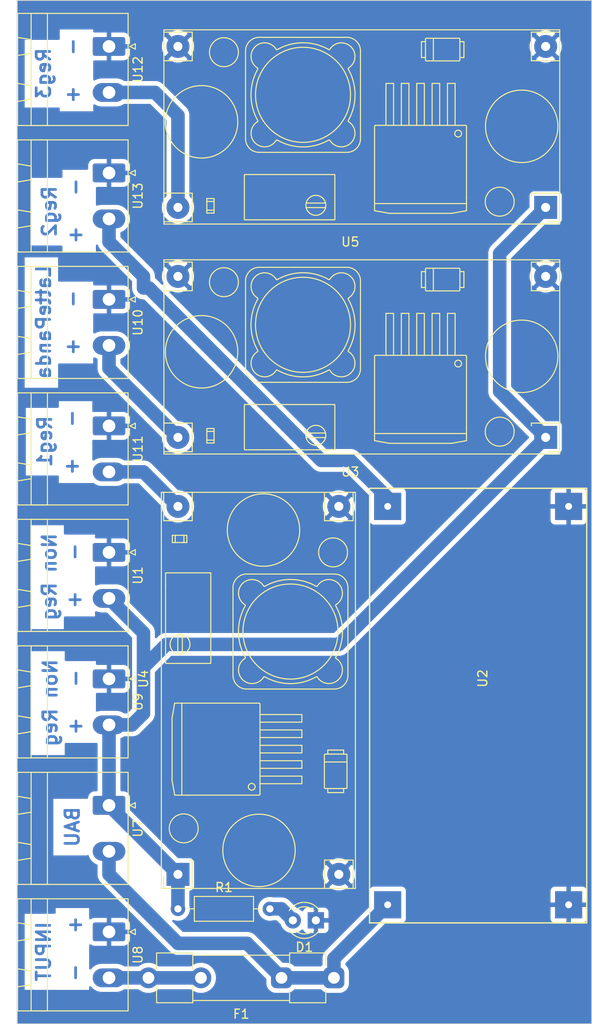
<source format=kicad_pcb>
(kicad_pcb (version 20221018) (generator pcbnew)
  (layers (0 "F.Cu" signal) (31 "B.Cu" signal) (34 "B.Paste" user) (35 "F.Paste" user) (36 "B.SilkS" user "B.Silkscreen") (37 "F.SilkS" user "F.Silkscreen") (38 "B.Mask" user) (39 "F.Mask" user) (44 "Edge.Cuts" user))
  (net 0 "")
  (net 1 "GND")
  (net 2 "Net-(D1-A)")
  (net 3 "Net-(U2-IN+)")
  (net 4 "14.4_VBattery")
  (net 5 "Net-(U3-Vin)")
  (net 6 "Net-(U2-OUT+)")
  (net 7 "Regulated_motor")
  (net 8 "Net-(U4-Vout)")
  (net 9 "Net-(U5-Vout)")
  (footprint "Connector_Phoenix_MSTB:PhoenixContact_MSTBA_2,5_2-G-5,08_1x02_P5.08mm_Horizontal" (layer "F.Cu") (at 71.12 88.9 -90)
    (fp_text reference "U10" (at 2.54 -3.2 90) (layer "F.SilkS"))
    (fp_text value "B_Plug_5mm")
    (pad "1" thru_hole roundrect (at 0 0 270) (size 2.08 3.6) (drill 1.4) (layers "*.Cu" "*.Mask") (roundrect_rratio 0.120192) (net 1 "GND"))
    (pad "2" thru_hole oval (at 5.08 0 270) (size 2.08 3.6) (drill 1.4) (layers "*.Cu" "*.Mask") (net 7 "Regulated_motor"))
  )
  (footprint "Connector_Phoenix_MSTB:PhoenixContact_MSTBA_2,5_2-G-5,08_1x02_P5.08mm_Horizontal" (layer "F.Cu") (at 71.12 116.84 -90)
    (fp_text reference "U1" (at 2.54 -3.2 90) (layer "F.SilkS"))
    (fp_text value "B_Plug_5mm")
    (pad "1" thru_hole roundrect (at 0 0 270) (size 2.08 3.6) (drill 1.4) (layers "*.Cu" "*.Mask") (roundrect_rratio 0.120192) (net 1 "GND"))
    (pad "2" thru_hole oval (at 5.08 0 270) (size 2.08 3.6) (drill 1.4) (layers "*.Cu" "*.Mask") (net 5 "Net-(U3-Vin)"))
  )
  (footprint "Connector_Phoenix_MSTB:PhoenixContact_MSTBA_2,5_2-G-5,08_1x02_P5.08mm_Horizontal" (layer "F.Cu") (at 71.12 144.78 -90)
    (fp_text reference "U7" (at 2.54 -3.2 90) (layer "F.SilkS"))
    (fp_text value "B_Plug_5mm")
    (pad "1" thru_hole roundrect (at 0 0 270) (size 2.08 3.6) (drill 1.4) (layers "*.Cu" "*.Mask") (roundrect_rratio 0.120192) (net 5 "Net-(U3-Vin)"))
    (pad "2" thru_hole oval locked (at 5.08 0 270) (size 2.08 3.6) (drill 1.4) (layers "*.Cu" "*.Mask") (net 3 "Net-(U2-IN+)"))
  )
  (footprint "Connector_Phoenix_MSTB:PhoenixContact_MSTBA_2,5_2-G-5,08_1x02_P5.08mm_Horizontal" (layer "F.Cu") (at 71.12 60.96 -90)
    (fp_text reference "U12" (at 2.54 -3.2 90) (layer "F.SilkS"))
    (fp_text value "B_Plug_5mm")
    (pad "1" thru_hole roundrect (at 0 0 270) (size 2.08 3.6) (drill 1.4) (layers "*.Cu" "*.Mask") (roundrect_rratio 0.120192) (net 1 "GND"))
    (pad "2" thru_hole oval (at 5.08 0 270) (size 2.08 3.6) (drill 1.4) (layers "*.Cu" "*.Mask") (net 9 "Net-(U5-Vout)"))
  )
  (footprint "XL4015Footprint:XL4015_Converter" (layer "F.Cu") (at 111.92 130.76 90)
    (fp_text reference "U2" (at 0 0.5 90) (layer "F.SilkS"))
    (fp_text value "XL4015")
    (pad "1" thru_hole rect (at -25 -10 90) (size 3 3) (drill 0.762) (layers "*.Cu" "*.Mask") (net 3 "Net-(U2-IN+)"))
    (pad "2" thru_hole rect (at -25 10 90) (size 3 3) (drill 0.762) (layers "*.Cu" "*.Mask") (net 1 "GND"))
    (pad "3" thru_hole rect (at 19 -10 90) (size 3 3) (drill 0.762) (layers "*.Cu" "*.Mask") (net 6 "Net-(U2-OUT+)"))
    (pad "4" thru_hole rect (at 19 10 90) (size 3 3) (drill 0.762) (layers "*.Cu" "*.Mask") (net 1 "GND"))
  )
  (footprint "Footprints:YAAJ_DCDC_StepDown_LM2596" (layer "F.Cu") (at 119.38 78.74 180)
    (fp_text reference "U5" (at 21.59 -3.81) (layer "F.SilkS"))
    (fp_text value "YAAJ_DCDC_StepDown_LM2596")
    (pad "1" thru_hole rect (at 0 0 180) (size 2.54 2.54) (drill 1) (layers "*.Cu" "*.Mask") (net 5 "Net-(U3-Vin)"))
    (pad "2" thru_hole circle (at 0 17.78 180) (size 2.54 2.54) (drill 1) (layers "*.Cu" "*.Mask") (net 1 "GND"))
    (pad "3" thru_hole circle (at 40.64 17.78 180) (size 2.54 2.54) (drill 1) (layers "*.Cu" "*.Mask") (net 1 "GND"))
    (pad "4" thru_hole circle (at 40.64 0 180) (size 2.54 2.54) (drill 1) (layers "*.Cu" "*.Mask") (net 9 "Net-(U5-Vout)"))
  )
  (footprint "Footprints:YAAJ_DCDC_StepDown_LM2596" (layer "F.Cu") (at 78.74 152.4 90)
    (fp_text reference "U4" (at 21.59 -3.81 90) (layer "F.SilkS"))
    (fp_text value "YAAJ_DCDC_StepDown_LM2596")
    (pad "1" thru_hole rect (at 0 0 90) (size 2.54 2.54) (drill 1) (layers "*.Cu" "*.Mask") (net 5 "Net-(U3-Vin)"))
    (pad "2" thru_hole circle (at 0 17.78 90) (size 2.54 2.54) (drill 1) (layers "*.Cu" "*.Mask") (net 1 "GND"))
    (pad "3" thru_hole circle (at 40.64 17.78 90) (size 2.54 2.54) (drill 1) (layers "*.Cu" "*.Mask") (net 1 "GND"))
    (pad "4" thru_hole circle (at 40.64 0 90) (size 2.54 2.54) (drill 1) (layers "*.Cu" "*.Mask") (net 8 "Net-(U4-Vout)"))
  )
  (footprint "Fuse:Fuseholder_Clip-5x20mm_Littelfuse_520_Inline_P20.50x5.80mm_D1.30mm_Horizontal" (layer "F.Cu") (at 95.98 163.83 180)
    (fp_text reference "F1" (at 10.25 -4) (layer "F.SilkS"))
    (fp_text value "Fuse")
    (pad "1" thru_hole roundrect (at 0 0 180) (size 2.3 2.3) (drill 1.3) (layers "*.Cu" "*.Mask") (net 3 "Net-(U2-IN+)"))
    (pad "1" thru_hole roundrect (at 5.8 0 180) (size 2.3 2.3) (drill 1.3) (layers "*.Cu" "*.Mask") (net 3 "Net-(U2-IN+)"))
    (pad "2" thru_hole circle (at 14.7 0 180) (size 2.3 2.3) (drill 1.3) (layers "*.Cu" "*.Mask") (net 4 "14.4_VBattery"))
    (pad "2" thru_hole circle (at 20.5 0 180) (size 2.3 2.3) (drill 1.3) (layers "*.Cu" "*.Mask") (net 4 "14.4_VBattery"))
  )
  (footprint "Connector_Phoenix_MSTB:PhoenixContact_MSTBA_2,5_2-G-5,08_1x02_P5.08mm_Horizontal" (layer "F.Cu") (at 71.12 158.75 -90)
    (fp_text reference "U8" (at 2.54 -3.2 90) (layer "F.SilkS"))
    (fp_text value "B_Plug_5mm")
    (pad "1" thru_hole roundrect (at 0 0 270) (size 2.08 3.6) (drill 1.4) (layers "*.Cu" "*.Mask") (roundrect_rratio 0.120192) (net 1 "GND"))
    (pad "2" thru_hole oval (at 5.08 0 270) (size 2.08 3.6) (drill 1.4) (layers "*.Cu" "*.Mask") (net 4 "14.4_VBattery"))
  )
  (footprint "Connector_Phoenix_MSTB:PhoenixContact_MSTBA_2,5_2-G-5,08_1x02_P5.08mm_Horizontal" (layer "F.Cu") (at 71.12 102.87 -90)
    (fp_text reference "U11" (at 2.54 -3.2 90) (layer "F.SilkS"))
    (fp_text value "B_Plug_5mm")
    (pad "1" thru_hole roundrect (at 0 0 270) (size 2.08 3.6) (drill 1.4) (layers "*.Cu" "*.Mask") (roundrect_rratio 0.120192) (net 1 "GND"))
    (pad "2" thru_hole oval (at 5.08 0 270) (size 2.08 3.6) (drill 1.4) (layers "*.Cu" "*.Mask") (net 8 "Net-(U4-Vout)"))
  )
  (footprint "Connector_Phoenix_MSTB:PhoenixContact_MSTBA_2,5_2-G-5,08_1x02_P5.08mm_Horizontal" (layer "F.Cu") (at 71.12 74.93 -90)
    (fp_text reference "U13" (at 2.54 -3.2 90) (layer "F.SilkS"))
    (fp_text value "B_Plug_5mm")
    (pad "1" thru_hole roundrect (at 0 0 270) (size 2.08 3.6) (drill 1.4) (layers "*.Cu" "*.Mask") (roundrect_rratio 0.120192) (net 1 "GND"))
    (pad "2" thru_hole oval (at 5.08 0 270) (size 2.08 3.6) (drill 1.4) (layers "*.Cu" "*.Mask") (net 6 "Net-(U2-OUT+)"))
  )
  (footprint "LED_THT:LED_D3.0mm" (layer "F.Cu") (at 93.98 157.48 180)
    (fp_text reference "D1" (at 1.27 -2.96) (layer "F.SilkS"))
    (fp_text value "LED")
    (pad "1" thru_hole rect (at 0 0 180) (size 1.8 1.8) (drill 0.9) (layers "*.Cu" "*.Mask") (net 1 "GND"))
    (pad "2" thru_hole circle (at 2.54 0 180) (size 1.8 1.8) (drill 0.9) (layers "*.Cu" "*.Mask") (net 2 "Net-(D1-A)"))
  )
  (footprint "Resistor_THT:R_Axial_DIN0207_L6.3mm_D2.5mm_P10.16mm_Horizontal" (layer "F.Cu") (at 78.74 156.21)
    (fp_text reference "R1" (at 5.08 -2.37) (layer "F.SilkS"))
    (fp_text value "R")
    (pad "1" thru_hole circle (at 0 0) (size 1.6 1.6) (drill 0.8) (layers "*.Cu" "*.Mask") (net 5 "Net-(U3-Vin)"))
    (pad "2" thru_hole oval (at 10.16 0) (size 1.6 1.6) (drill 0.8) (layers "*.Cu" "*.Mask") (net 2 "Net-(D1-A)"))
  )
  (footprint "Connector_Phoenix_MSTB:PhoenixContact_MSTBA_2,5_2-G-5,08_1x02_P5.08mm_Horizontal" (layer "F.Cu") (at 71.12 130.81 -90)
    (fp_text reference "U9" (at 2.54 -3.2 90) (layer "F.SilkS"))
    (fp_text value "B_Plug_5mm")
    (pad "1" thru_hole roundrect (at 0 0 270) (size 2.08 3.6) (drill 1.4) (layers "*.Cu" "*.Mask") (roundrect_rratio 0.120192) (net 1 "GND"))
    (pad "2" thru_hole oval (at 5.08 0 270) (size 2.08 3.6) (drill 1.4) (layers "*.Cu" "*.Mask") (net 5 "Net-(U3-Vin)"))
  )
  (footprint "Footprints:YAAJ_DCDC_StepDown_LM2596" (layer "F.Cu") (at 119.38 104.14 180)
    (fp_text reference "U3" (at 21.59 -3.81) (layer "F.SilkS"))
    (fp_text value "YAAJ_DCDC_StepDown_LM2596")
    (pad "1" thru_hole rect (at 0 0 180) (size 2.54 2.54) (drill 1) (layers "*.Cu" "*.Mask") (net 5 "Net-(U3-Vin)"))
    (pad "2" thru_hole circle (at 0 17.78 180) (size 2.54 2.54) (drill 1) (layers "*.Cu" "*.Mask") (net 1 "GND"))
    (pad "3" thru_hole circle (at 40.64 17.78 180) (size 2.54 2.54) (drill 1) (layers "*.Cu" "*.Mask") (net 1 "GND"))
    (pad "4" thru_hole circle (at 40.64 0 180) (size 2.54 2.54) (drill 1) (layers "*.Cu" "*.Mask") (net 7 "Regulated_motor"))
  )
  (gr_line (start 124.46 168.91) (end 124.46 55.88) (stroke (width 0.1)) (layer "Edge.Cuts"))
  (gr_line (start 60.96 168.91) (end 124.46 168.91) (stroke (width 0.1)) (layer "Edge.Cuts"))
  (gr_line (start 124.46 55.88) (end 60.96 55.88) (stroke (width 0.1)) (layer "Edge.Cuts"))
  (gr_line (start 60.96 55.88) (end 60.96 168.91) (stroke (width 0.1)) (layer "Edge.Cuts"))
  (gr_text "+   -" (at 66.3 108.455 -90) (layer "B.Cu") (effects (font (size 1.5 1.5) (thickness 0.3) bold) (justify left bottom mirror)))
  (gr_text "+   -" (at 66.4 67.4 -90) (layer "B.Cu") (effects (font (size 1.5 1.5) (thickness 0.3) bold) (justify left bottom mirror)))
  (gr_text "+   -" (at 66.4 95.25 -90) (layer "B.Cu") (effects (font (size 1.5 1.5) (thickness 0.3) bold) (justify left bottom mirror)))
  (gr_text "Non Reg" (at 65.5 128.48 90) (layer "B.Cu") (effects (font (size 1.5 1.5) (thickness 0.3) bold) (justify left bottom mirror)))
  (gr_text "Reg2" (at 65.405 76.2 90) (layer "B.Cu") (effects (font (size 1.5 1.5) (thickness 0.3) bold) (justify left bottom mirror)))
  (gr_text "INPUT" (at 64.77 157.48 90) (layer "B.Cu") (effects (font (size 1.5 1.5) (thickness 0.3) bold) (justify left bottom mirror)))
  (gr_text "LattePanda" (at 64.77 84.98 90) (layer "B.Cu") (effects (font (size 1.5 1.5) (thickness 0.3) bold) (justify left bottom mirror)))
  (gr_text "+   -" (at 68.2 156.845 90) (layer "B.Cu") (effects (font (size 1.5 1.5) (thickness 0.3) bold) (justify left bottom mirror)))
  (gr_text "+   -" (at 66.7 82.9 -90) (layer "B.Cu") (effects (font (size 1.5 1.5) (thickness 0.3) bold) (justify left bottom mirror)))
  (gr_text "Reg3" (at 64.77 60.96 90) (layer "B.Cu") (effects (font (size 1.5 1.5) (thickness 0.3) bold) (justify left bottom mirror)))
  (gr_text "+   -" (at 66.6 123.19 -90) (layer "B.Cu") (effects (font (size 1.5 1.5) (thickness 0.3) bold) (justify left bottom mirror)))
  (gr_text "+   -" (at 66.7 137.16 -90) (layer "B.Cu") (effects (font (size 1.5 1.5) (thickness 0.3) bold) (justify left bottom mirror)))
  (gr_text "Reg1" (at 64.9 101.6 90) (layer "B.Cu") (effects (font (size 1.5 1.5) (thickness 0.3) bold) (justify left bottom mirror)))
  (gr_text "BAU" (at 67.945 144.78 90) (layer "B.Cu") (effects (font (size 1.5 1.5) (thickness 0.3) bold) (justify left bottom mirror)))
  (gr_text "Non Reg" (at 65.405 114.57 90) (layer "B.Cu") (effects (font (size 1.5 1.5) (thickness 0.3) bold) (justify left bottom mirror)))
  (segment (start 88.9 156.21) (end 90.17 156.21) (width 1.5) (layer "B.Cu") (net 2))
  (segment (start 90.17 156.21) (end 91.44 157.48) (width 1.5) (layer "B.Cu") (net 2))
  (segment (start 71.12 152.4) (end 78.74 160.02) (width 1.5) (layer "B.Cu") (net 3))
  (segment (start 86.37 160.02) (end 90.18 163.83) (width 1.5) (layer "B.Cu") (net 3))
  (segment (start 95.98 161.7) (end 101.92 155.76) (width 1.5) (layer "B.Cu") (net 3))
  (segment (start 90.18 163.83) (end 95.98 163.83) (width 1.5) (layer "B.Cu") (net 3))
  (segment (start 71.12 149.86) (end 71.12 152.4) (width 1.5) (layer "B.Cu") (net 3))
  (segment (start 95.98 163.83) (end 95.98 161.7) (width 1.5) (layer "B.Cu") (net 3))
  (segment (start 78.74 160.02) (end 86.37 160.02) (width 1.5) (layer "B.Cu") (net 3))
  (segment (start 71.12 163.83) (end 81.28 163.83) (width 1.5) (layer "B.Cu") (net 4))
  (segment (start 74.93 129.54) (end 74.93 125.73) (width 1.5) (layer "B.Cu") (net 5))
  (segment (start 77.47 127) (end 74.93 129.54) (width 1.5) (layer "B.Cu") (net 5))
  (segment (start 119.38 104.14) (end 96.52 127) (width 1.5) (layer "B.Cu") (net 5))
  (segment (start 114.3 83.82) (end 114.3 99.06) (width 1.5) (layer "B.Cu") (net 5))
  (segment (start 71.12 144.78) (end 78.74 152.4) (width 1.5) (layer "B.Cu") (net 5))
  (segment (start 119.38 78.74) (end 114.3 83.82) (width 1.5) (layer "B.Cu") (net 5))
  (segment (start 73.66 135.89) (end 74.93 134.62) (width 1.5) (layer "B.Cu") (net 5))
  (segment (start 78.74 156.21) (end 78.74 152.4) (width 1.5) (layer "B.Cu") (net 5))
  (segment (start 71.12 144.78) (end 71.12 135.89) (width 1.5) (layer "B.Cu") (net 5))
  (segment (start 74.93 134.62) (end 74.93 129.54) (width 1.5) (layer "B.Cu") (net 5))
  (segment (start 71.12 135.89) (end 73.66 135.89) (width 1.5) (layer "B.Cu") (net 5))
  (segment (start 96.52 127) (end 77.47 127) (width 1.5) (layer "B.Cu") (net 5))
  (segment (start 114.3 99.06) (end 119.38 104.14) (width 1.5) (layer "B.Cu") (net 5))
  (segment (start 74.93 125.73) (end 71.12 121.92) (width 1.5) (layer "B.Cu") (net 5))
  (segment (start 97.79 106.68) (end 101.92 110.81) (width 1.5) (layer "B.Cu") (net 6))
  (segment (start 94.579555 106.68) (end 97.79 106.68) (width 1.5) (layer "B.Cu") (net 6))
  (segment (start 71.12 82.55) (end 74.93 86.36) (width 1.5) (layer "B.Cu") (net 6))
  (segment (start 101.92 110.81) (end 101.92 111.76) (width 1.5) (layer "B.Cu") (net 6))
  (segment (start 71.12 80.01) (end 71.12 82.55) (width 1.5) (layer "B.Cu") (net 6))
  (segment (start 74.93 86.36) (end 74.93 87.63) (width 1.5) (layer "B.Cu") (net 6))
  (segment (start 74.93 87.63) (end 75.529555 87.63) (width 1.5) (layer "B.Cu") (net 6))
  (segment (start 75.529555 87.63) (end 94.579555 106.68) (width 1.5) (layer "B.Cu") (net 6))
  (segment (start 71.12 96.52) (end 78.74 104.14) (width 1.5) (layer "B.Cu") (net 7))
  (segment (start 71.12 93.98) (end 71.12 96.52) (width 1.5) (layer "B.Cu") (net 7))
  (segment (start 71.12 107.95) (end 74.93 107.95) (width 1.5) (layer "B.Cu") (net 8))
  (segment (start 74.93 107.95) (end 78.74 111.76) (width 1.5) (layer "B.Cu") (net 8))
  (segment (start 78.74 68.58) (end 78.74 78.74) (width 1.5) (layer "B.Cu") (net 9))
  (segment (start 71.12 66.04) (end 76.2 66.04) (width 1.5) (layer "B.Cu") (net 9))
  (segment (start 76.2 66.04) (end 78.74 68.58) (width 1.5) (layer "B.Cu") (net 9))
  (zone (net 1) (net_name "GND") (layer "B.Cu") (connect_pads (clearance 0.508)) (min_thickness 0.25) (fill yes (thermal_gap 0.5) (thermal_bridge_width 0.5))
    (polygon (pts (xy 60.96 55.88) (xy 124.46 55.88) (xy 124.46 168.91) (xy 60.96 168.91)))
  )
)
</source>
